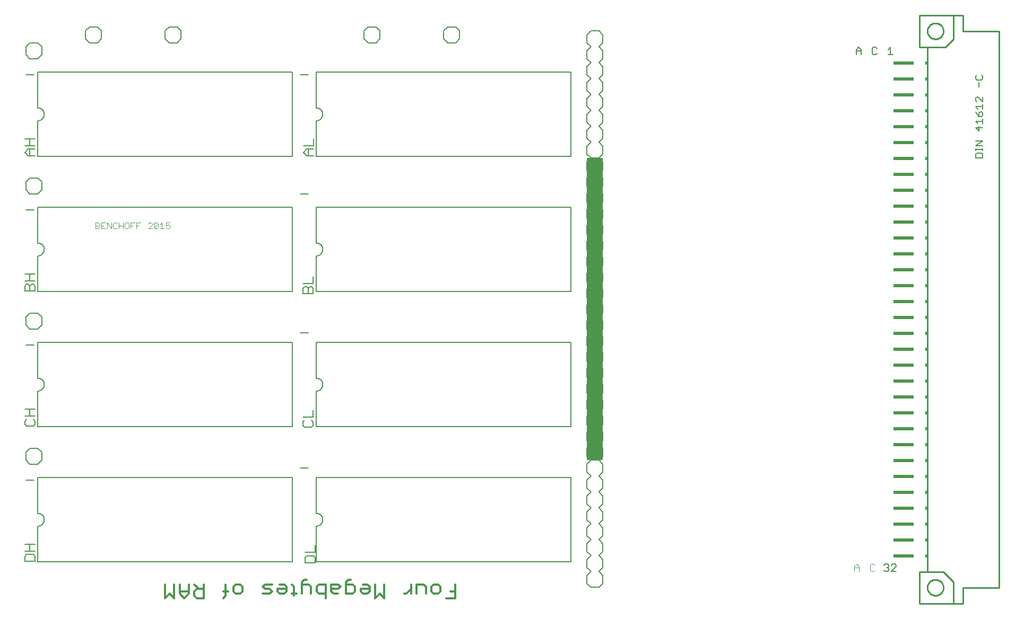
<source format=gto>
G75*
%MOIN*%
%OFA0B0*%
%FSLAX24Y24*%
%IPPOS*%
%LPD*%
%AMOC8*
5,1,8,0,0,1.08239X$1,22.5*
%
%ADD10R,0.1000X1.9000*%
%ADD11C,0.0060*%
%ADD12C,0.0030*%
%ADD13C,0.0140*%
%ADD14C,0.0080*%
%ADD15C,0.0100*%
%ADD16R,0.0150X0.0200*%
%ADD17R,0.1300X0.0200*%
%ADD18C,0.0050*%
%ADD19C,0.0040*%
D10*
X037940Y019805D03*
D11*
X002120Y004260D02*
X002120Y003940D01*
X002760Y003940D01*
X002760Y004260D01*
X002654Y004367D01*
X002227Y004367D01*
X002120Y004260D01*
X002120Y004585D02*
X002760Y004585D01*
X002440Y004585D02*
X002440Y005012D01*
X002120Y005012D02*
X002760Y005012D01*
X002940Y003905D02*
X002940Y006155D01*
X002979Y006157D01*
X003018Y006163D01*
X003056Y006172D01*
X003093Y006185D01*
X003129Y006202D01*
X003162Y006222D01*
X003194Y006246D01*
X003223Y006272D01*
X003249Y006301D01*
X003273Y006333D01*
X003293Y006366D01*
X003310Y006402D01*
X003323Y006439D01*
X003332Y006477D01*
X003338Y006516D01*
X003340Y006555D01*
X003338Y006594D01*
X003332Y006633D01*
X003323Y006671D01*
X003310Y006708D01*
X003293Y006744D01*
X003273Y006777D01*
X003249Y006809D01*
X003223Y006838D01*
X003194Y006864D01*
X003162Y006888D01*
X003129Y006908D01*
X003093Y006925D01*
X003056Y006938D01*
X003018Y006947D01*
X002979Y006953D01*
X002940Y006955D01*
X002940Y009205D01*
X018940Y009205D01*
X018940Y003905D01*
X002940Y003905D01*
X002940Y012405D02*
X002940Y014655D01*
X002979Y014657D01*
X003018Y014663D01*
X003056Y014672D01*
X003093Y014685D01*
X003129Y014702D01*
X003162Y014722D01*
X003194Y014746D01*
X003223Y014772D01*
X003249Y014801D01*
X003273Y014833D01*
X003293Y014866D01*
X003310Y014902D01*
X003323Y014939D01*
X003332Y014977D01*
X003338Y015016D01*
X003340Y015055D01*
X003338Y015094D01*
X003332Y015133D01*
X003323Y015171D01*
X003310Y015208D01*
X003293Y015244D01*
X003273Y015277D01*
X003249Y015309D01*
X003223Y015338D01*
X003194Y015364D01*
X003162Y015388D01*
X003129Y015408D01*
X003093Y015425D01*
X003056Y015438D01*
X003018Y015447D01*
X002979Y015453D01*
X002940Y015455D01*
X002940Y017705D01*
X018940Y017705D01*
X018940Y012405D01*
X002940Y012405D01*
X002760Y012547D02*
X002760Y012760D01*
X002654Y012867D01*
X002760Y013085D02*
X002120Y013085D01*
X002227Y012867D02*
X002120Y012760D01*
X002120Y012547D01*
X002227Y012440D01*
X002654Y012440D01*
X002760Y012547D01*
X002440Y013085D02*
X002440Y013512D01*
X002120Y013512D02*
X002760Y013512D01*
X002940Y020905D02*
X002940Y023155D01*
X002979Y023157D01*
X003018Y023163D01*
X003056Y023172D01*
X003093Y023185D01*
X003129Y023202D01*
X003162Y023222D01*
X003194Y023246D01*
X003223Y023272D01*
X003249Y023301D01*
X003273Y023333D01*
X003293Y023366D01*
X003310Y023402D01*
X003323Y023439D01*
X003332Y023477D01*
X003338Y023516D01*
X003340Y023555D01*
X003338Y023594D01*
X003332Y023633D01*
X003323Y023671D01*
X003310Y023708D01*
X003293Y023744D01*
X003273Y023777D01*
X003249Y023809D01*
X003223Y023838D01*
X003194Y023864D01*
X003162Y023888D01*
X003129Y023908D01*
X003093Y023925D01*
X003056Y023938D01*
X003018Y023947D01*
X002979Y023953D01*
X002940Y023955D01*
X002940Y026205D01*
X018940Y026205D01*
X018940Y020905D01*
X002940Y020905D01*
X002760Y020940D02*
X002760Y021260D01*
X002654Y021367D01*
X002547Y021367D01*
X002440Y021260D01*
X002440Y020940D01*
X002120Y020940D02*
X002120Y021260D01*
X002227Y021367D01*
X002333Y021367D01*
X002440Y021260D01*
X002440Y021585D02*
X002440Y022012D01*
X002120Y022012D02*
X002760Y022012D01*
X002760Y021585D02*
X002120Y021585D01*
X002120Y020940D02*
X002760Y020940D01*
X002940Y029405D02*
X002940Y031655D01*
X002979Y031657D01*
X003018Y031663D01*
X003056Y031672D01*
X003093Y031685D01*
X003129Y031702D01*
X003162Y031722D01*
X003194Y031746D01*
X003223Y031772D01*
X003249Y031801D01*
X003273Y031833D01*
X003293Y031866D01*
X003310Y031902D01*
X003323Y031939D01*
X003332Y031977D01*
X003338Y032016D01*
X003340Y032055D01*
X003338Y032094D01*
X003332Y032133D01*
X003323Y032171D01*
X003310Y032208D01*
X003293Y032244D01*
X003273Y032277D01*
X003249Y032309D01*
X003223Y032338D01*
X003194Y032364D01*
X003162Y032388D01*
X003129Y032408D01*
X003093Y032425D01*
X003056Y032438D01*
X003018Y032447D01*
X002979Y032453D01*
X002940Y032455D01*
X002940Y034705D01*
X018940Y034705D01*
X018940Y029405D01*
X002940Y029405D01*
X002760Y029440D02*
X002333Y029440D01*
X002120Y029654D01*
X002333Y029867D01*
X002760Y029867D01*
X002760Y030085D02*
X002120Y030085D01*
X002440Y030085D02*
X002440Y030512D01*
X002120Y030512D02*
X002760Y030512D01*
X002440Y029867D02*
X002440Y029440D01*
X019620Y029654D02*
X019833Y029867D01*
X020260Y029867D01*
X020260Y030085D02*
X019620Y030085D01*
X019940Y029867D02*
X019940Y029440D01*
X019833Y029440D02*
X019620Y029654D01*
X019833Y029440D02*
X020260Y029440D01*
X020440Y029405D02*
X020440Y031655D01*
X020479Y031657D01*
X020518Y031663D01*
X020556Y031672D01*
X020593Y031685D01*
X020629Y031702D01*
X020662Y031722D01*
X020694Y031746D01*
X020723Y031772D01*
X020749Y031801D01*
X020773Y031833D01*
X020793Y031866D01*
X020810Y031902D01*
X020823Y031939D01*
X020832Y031977D01*
X020838Y032016D01*
X020840Y032055D01*
X020838Y032094D01*
X020832Y032133D01*
X020823Y032171D01*
X020810Y032208D01*
X020793Y032244D01*
X020773Y032277D01*
X020749Y032309D01*
X020723Y032338D01*
X020694Y032364D01*
X020662Y032388D01*
X020629Y032408D01*
X020593Y032425D01*
X020556Y032438D01*
X020518Y032447D01*
X020479Y032453D01*
X020440Y032455D01*
X020440Y034705D01*
X036440Y034705D01*
X036440Y029405D01*
X020440Y029405D01*
X020260Y030085D02*
X020260Y030512D01*
X020440Y026205D02*
X020440Y023955D01*
X020479Y023953D01*
X020518Y023947D01*
X020556Y023938D01*
X020593Y023925D01*
X020629Y023908D01*
X020662Y023888D01*
X020694Y023864D01*
X020723Y023838D01*
X020749Y023809D01*
X020773Y023777D01*
X020793Y023744D01*
X020810Y023708D01*
X020823Y023671D01*
X020832Y023633D01*
X020838Y023594D01*
X020840Y023555D01*
X020838Y023516D01*
X020832Y023477D01*
X020823Y023439D01*
X020810Y023402D01*
X020793Y023366D01*
X020773Y023333D01*
X020749Y023301D01*
X020723Y023272D01*
X020694Y023246D01*
X020662Y023222D01*
X020629Y023202D01*
X020593Y023185D01*
X020556Y023172D01*
X020518Y023163D01*
X020479Y023157D01*
X020440Y023155D01*
X020440Y020905D01*
X036440Y020905D01*
X036440Y026205D01*
X020440Y026205D01*
X020240Y021852D02*
X020240Y021425D01*
X019600Y021425D01*
X019707Y021207D02*
X019600Y021100D01*
X019600Y020780D01*
X020240Y020780D01*
X020240Y021100D01*
X020134Y021207D01*
X020027Y021207D01*
X019920Y021100D01*
X019920Y020780D01*
X019920Y021100D02*
X019813Y021207D01*
X019707Y021207D01*
X020440Y017705D02*
X020440Y015455D01*
X020479Y015453D01*
X020518Y015447D01*
X020556Y015438D01*
X020593Y015425D01*
X020629Y015408D01*
X020662Y015388D01*
X020694Y015364D01*
X020723Y015338D01*
X020749Y015309D01*
X020773Y015277D01*
X020793Y015244D01*
X020810Y015208D01*
X020823Y015171D01*
X020832Y015133D01*
X020838Y015094D01*
X020840Y015055D01*
X020838Y015016D01*
X020832Y014977D01*
X020823Y014939D01*
X020810Y014902D01*
X020793Y014866D01*
X020773Y014833D01*
X020749Y014801D01*
X020723Y014772D01*
X020694Y014746D01*
X020662Y014722D01*
X020629Y014702D01*
X020593Y014685D01*
X020556Y014672D01*
X020518Y014663D01*
X020479Y014657D01*
X020440Y014655D01*
X020440Y012405D01*
X036440Y012405D01*
X036440Y017705D01*
X020440Y017705D01*
X020240Y013452D02*
X020240Y013025D01*
X019600Y013025D01*
X019707Y012807D02*
X019600Y012700D01*
X019600Y012487D01*
X019707Y012380D01*
X020134Y012380D01*
X020240Y012487D01*
X020240Y012700D01*
X020134Y012807D01*
X020440Y009205D02*
X020440Y006955D01*
X020479Y006953D01*
X020518Y006947D01*
X020556Y006938D01*
X020593Y006925D01*
X020629Y006908D01*
X020662Y006888D01*
X020694Y006864D01*
X020723Y006838D01*
X020749Y006809D01*
X020773Y006777D01*
X020793Y006744D01*
X020810Y006708D01*
X020823Y006671D01*
X020832Y006633D01*
X020838Y006594D01*
X020840Y006555D01*
X020838Y006516D01*
X020832Y006477D01*
X020823Y006439D01*
X020810Y006402D01*
X020793Y006366D01*
X020773Y006333D01*
X020749Y006301D01*
X020723Y006272D01*
X020694Y006246D01*
X020662Y006222D01*
X020629Y006202D01*
X020593Y006185D01*
X020556Y006172D01*
X020518Y006163D01*
X020479Y006157D01*
X020440Y006155D01*
X020440Y003905D01*
X036440Y003905D01*
X036440Y009205D01*
X020440Y009205D01*
X020360Y004932D02*
X020360Y004505D01*
X019720Y004505D01*
X019827Y004287D02*
X019720Y004180D01*
X019720Y003860D01*
X020360Y003860D01*
X020360Y004180D01*
X020254Y004287D01*
X019827Y004287D01*
D12*
X011166Y024870D02*
X011043Y024870D01*
X010981Y024931D01*
X010981Y025055D02*
X011105Y025116D01*
X011166Y025116D01*
X011228Y025055D01*
X011228Y024931D01*
X011166Y024870D01*
X010981Y025055D02*
X010981Y025240D01*
X011228Y025240D01*
X010736Y025240D02*
X010736Y024870D01*
X010613Y024870D02*
X010860Y024870D01*
X010613Y025116D02*
X010736Y025240D01*
X010491Y025178D02*
X010245Y024931D01*
X010306Y024870D01*
X010430Y024870D01*
X010491Y024931D01*
X010491Y025178D01*
X010430Y025240D01*
X010306Y025240D01*
X010245Y025178D01*
X010245Y024931D01*
X010123Y024870D02*
X009876Y024870D01*
X010123Y025116D01*
X010123Y025178D01*
X010061Y025240D01*
X009938Y025240D01*
X009876Y025178D01*
X009386Y025240D02*
X009140Y025240D01*
X009140Y024870D01*
X009140Y025055D02*
X009263Y025055D01*
X009018Y025240D02*
X008771Y025240D01*
X008771Y024870D01*
X008650Y024931D02*
X008650Y025178D01*
X008588Y025240D01*
X008465Y025240D01*
X008403Y025178D01*
X008403Y024931D01*
X008465Y024870D01*
X008588Y024870D01*
X008650Y024931D01*
X008771Y025055D02*
X008895Y025055D01*
X008282Y025055D02*
X008035Y025055D01*
X007913Y025178D02*
X007851Y025240D01*
X007728Y025240D01*
X007666Y025178D01*
X007666Y024931D01*
X007728Y024870D01*
X007851Y024870D01*
X007913Y024931D01*
X008035Y024870D02*
X008035Y025240D01*
X008282Y025240D02*
X008282Y024870D01*
X007545Y024870D02*
X007545Y025240D01*
X007298Y025240D02*
X007545Y024870D01*
X007298Y024870D02*
X007298Y025240D01*
X007177Y025240D02*
X006930Y025240D01*
X006930Y024870D01*
X007177Y024870D01*
X007053Y025055D02*
X006930Y025055D01*
X006808Y025116D02*
X006747Y025055D01*
X006561Y025055D01*
X006561Y025240D02*
X006747Y025240D01*
X006808Y025178D01*
X006808Y025116D01*
X006747Y025055D02*
X006808Y024993D01*
X006808Y024931D01*
X006747Y024870D01*
X006561Y024870D01*
X006561Y025240D01*
D13*
X019670Y002771D02*
X019814Y002771D01*
X019670Y002771D02*
X019527Y002628D01*
X019527Y001911D01*
X019180Y001911D02*
X018893Y001911D01*
X019036Y001767D02*
X019036Y002341D01*
X018893Y002485D01*
X018566Y002341D02*
X018423Y002485D01*
X018136Y002485D01*
X017992Y002198D02*
X018566Y002198D01*
X018566Y002341D02*
X018566Y002054D01*
X018423Y001911D01*
X018136Y001911D01*
X017992Y002054D01*
X017992Y002198D01*
X017645Y002054D02*
X017502Y001911D01*
X017071Y001911D01*
X017215Y002198D02*
X017071Y002341D01*
X017215Y002485D01*
X017645Y002485D01*
X017502Y002198D02*
X017645Y002054D01*
X017502Y002198D02*
X017215Y002198D01*
X015804Y002341D02*
X015660Y002485D01*
X015373Y002485D01*
X015230Y002341D01*
X015230Y002054D01*
X015373Y001911D01*
X015660Y001911D01*
X015804Y002054D01*
X015804Y002341D01*
X014883Y002054D02*
X014596Y002054D01*
X014739Y001767D02*
X014596Y001624D01*
X014739Y001767D02*
X014739Y002485D01*
X013348Y002485D02*
X013348Y001624D01*
X012918Y001624D01*
X012774Y001767D01*
X012774Y002054D01*
X012918Y002198D01*
X013348Y002198D01*
X013061Y002198D02*
X012774Y002485D01*
X012427Y002485D02*
X012427Y001911D01*
X012140Y001624D01*
X011854Y001911D01*
X011854Y002485D01*
X011507Y002485D02*
X011507Y001624D01*
X011220Y001911D01*
X010933Y001624D01*
X010933Y002485D01*
X011854Y002054D02*
X012427Y002054D01*
X019527Y002485D02*
X019957Y002485D01*
X020101Y002341D01*
X020101Y001911D01*
X020448Y002054D02*
X020591Y001911D01*
X021021Y001911D01*
X021021Y001624D02*
X021021Y002485D01*
X020591Y002485D01*
X020448Y002341D01*
X020448Y002054D01*
X021368Y002054D02*
X021512Y001911D01*
X021799Y001911D01*
X021799Y002198D02*
X021368Y002198D01*
X021368Y002054D02*
X021368Y002485D01*
X021799Y002485D01*
X021942Y002341D01*
X021799Y002198D01*
X022289Y002485D02*
X022720Y002485D01*
X022863Y002341D01*
X022863Y002054D01*
X022720Y001911D01*
X022289Y001911D01*
X022289Y002628D01*
X022433Y002771D01*
X022576Y002771D01*
X023353Y002485D02*
X023640Y002485D01*
X023784Y002341D01*
X023784Y002054D01*
X023640Y001911D01*
X023353Y001911D01*
X023210Y002054D01*
X023210Y002198D01*
X023784Y002198D01*
X024131Y002485D02*
X024131Y001624D01*
X024418Y001911D01*
X024705Y001624D01*
X024705Y002485D01*
X025962Y001911D02*
X026106Y001911D01*
X026393Y002198D01*
X026393Y002485D02*
X026393Y001911D01*
X026740Y001911D02*
X026740Y002485D01*
X027170Y002485D01*
X027313Y002341D01*
X027313Y001911D01*
X027660Y002054D02*
X027804Y001911D01*
X028091Y001911D01*
X028234Y002054D01*
X028234Y002341D01*
X028091Y002485D01*
X027804Y002485D01*
X027660Y002341D01*
X027660Y002054D01*
X028581Y001624D02*
X029155Y001624D01*
X029155Y002485D01*
X029155Y002054D02*
X028868Y002054D01*
D14*
X037440Y002555D02*
X037690Y002305D01*
X038190Y002305D01*
X038440Y002555D01*
X038440Y003055D01*
X038190Y003305D01*
X038440Y003555D01*
X038440Y004055D01*
X038190Y004305D01*
X038440Y004555D01*
X038440Y005055D01*
X038190Y005305D01*
X038440Y005555D01*
X038440Y006055D01*
X038190Y006305D01*
X038440Y006555D01*
X038440Y007055D01*
X038190Y007305D01*
X038440Y007555D01*
X038440Y008055D01*
X038190Y008305D01*
X038440Y008555D01*
X038440Y009055D01*
X038190Y009305D01*
X038440Y009555D01*
X038440Y010055D01*
X038190Y010305D01*
X037690Y010305D01*
X037440Y010055D01*
X037440Y009555D01*
X037690Y009305D01*
X037440Y009055D01*
X037440Y008555D01*
X037690Y008305D01*
X037440Y008055D01*
X037440Y007555D01*
X037690Y007305D01*
X037440Y007055D01*
X037440Y006555D01*
X037690Y006305D01*
X037440Y006055D01*
X037440Y005555D01*
X037690Y005305D01*
X037440Y005055D01*
X037440Y004555D01*
X037690Y004305D01*
X037440Y004055D01*
X037440Y003555D01*
X037690Y003305D01*
X037440Y003055D01*
X037440Y002555D01*
X037690Y010305D02*
X037440Y010555D01*
X037440Y011055D01*
X037690Y011305D01*
X037440Y011555D01*
X037440Y012055D01*
X037690Y012305D01*
X037440Y012555D01*
X037440Y013055D01*
X037690Y013305D01*
X037440Y013555D01*
X037440Y014055D01*
X037690Y014305D01*
X037440Y014555D01*
X037440Y015055D01*
X037690Y015305D01*
X037440Y015555D01*
X037440Y016055D01*
X037690Y016305D01*
X037440Y016555D01*
X037440Y017055D01*
X037690Y017305D01*
X037440Y017555D01*
X037440Y018055D01*
X037690Y018305D01*
X037440Y018555D01*
X037440Y019055D01*
X037690Y019305D01*
X037440Y019555D01*
X037440Y020055D01*
X037690Y020305D01*
X037440Y020555D01*
X037440Y021055D01*
X037690Y021305D01*
X037440Y021555D01*
X037440Y022055D01*
X037690Y022305D01*
X037440Y022555D01*
X037440Y023055D01*
X037690Y023305D01*
X037440Y023555D01*
X037440Y024055D01*
X037690Y024305D01*
X037440Y024555D01*
X037440Y025055D01*
X037690Y025305D01*
X037440Y025555D01*
X037440Y026055D01*
X037690Y026305D01*
X037440Y026555D01*
X037440Y027055D01*
X037690Y027305D01*
X037440Y027555D01*
X037440Y028055D01*
X037690Y028305D01*
X037440Y028555D01*
X037440Y029055D01*
X037690Y029305D01*
X037440Y029555D01*
X037440Y030055D01*
X037690Y030305D01*
X037440Y030555D01*
X037440Y031055D01*
X037690Y031305D01*
X037440Y031555D01*
X037440Y032055D01*
X037690Y032305D01*
X037440Y032555D01*
X037440Y033055D01*
X037690Y033305D01*
X037440Y033555D01*
X037440Y034055D01*
X037690Y034305D01*
X037440Y034555D01*
X037440Y035055D01*
X037690Y035305D01*
X037440Y035555D01*
X037440Y036055D01*
X037690Y036305D01*
X037440Y036555D01*
X037440Y037055D01*
X037690Y037305D01*
X038190Y037305D01*
X038440Y037055D01*
X038440Y036555D01*
X038190Y036305D01*
X038440Y036055D01*
X038440Y035555D01*
X038190Y035305D01*
X038440Y035055D01*
X038440Y034555D01*
X038190Y034305D01*
X038440Y034055D01*
X038440Y033555D01*
X038190Y033305D01*
X038440Y033055D01*
X038440Y032555D01*
X038190Y032305D01*
X038440Y032055D01*
X038440Y031555D01*
X038190Y031305D01*
X038440Y031055D01*
X038440Y030555D01*
X038190Y030305D01*
X038440Y030055D01*
X038440Y029555D01*
X038190Y029305D01*
X037690Y029305D01*
X038190Y029305D01*
X038440Y029055D01*
X038440Y028555D01*
X038190Y028305D01*
X038440Y028055D01*
X038440Y027555D01*
X038190Y027305D01*
X038440Y027055D01*
X038440Y026555D01*
X038190Y026305D01*
X038440Y026055D01*
X038440Y025555D01*
X038190Y025305D01*
X038440Y025055D01*
X038440Y024555D01*
X038190Y024305D01*
X038440Y024055D01*
X038440Y023555D01*
X038190Y023305D01*
X038440Y023055D01*
X038440Y022555D01*
X038190Y022305D01*
X038440Y022055D01*
X038440Y021555D01*
X038190Y021305D01*
X038440Y021055D01*
X038440Y020555D01*
X038190Y020305D01*
X038440Y020055D01*
X038440Y019555D01*
X038190Y019305D01*
X037690Y019305D01*
X038190Y019305D01*
X038440Y019055D01*
X038440Y018555D01*
X038190Y018305D01*
X038440Y018055D01*
X038440Y017555D01*
X038190Y017305D01*
X038440Y017055D01*
X038440Y016555D01*
X038190Y016305D01*
X038440Y016055D01*
X038440Y015555D01*
X038190Y015305D01*
X038440Y015055D01*
X038440Y014555D01*
X038190Y014305D01*
X038440Y014055D01*
X038440Y013555D01*
X038190Y013305D01*
X038440Y013055D01*
X038440Y012555D01*
X038190Y012305D01*
X038440Y012055D01*
X038440Y011555D01*
X038190Y011305D01*
X038440Y011055D01*
X038440Y010555D01*
X038190Y010305D01*
X037690Y010305D01*
X019940Y009805D02*
X019440Y009805D01*
X019440Y018305D02*
X019940Y018305D01*
X019940Y027055D02*
X019440Y027055D01*
X019440Y034555D02*
X019940Y034555D01*
X023440Y036805D02*
X023690Y036555D01*
X024190Y036555D01*
X024440Y036805D01*
X024440Y037305D01*
X024190Y037555D01*
X023690Y037555D01*
X023440Y037305D01*
X023440Y036805D01*
X028440Y036805D02*
X028690Y036555D01*
X029190Y036555D01*
X029440Y036805D01*
X029440Y037305D01*
X029190Y037555D01*
X028690Y037555D01*
X028440Y037305D01*
X028440Y036805D01*
X011940Y036805D02*
X011940Y037305D01*
X011690Y037555D01*
X011190Y037555D01*
X010940Y037305D01*
X010940Y036805D01*
X011190Y036555D01*
X011690Y036555D01*
X011940Y036805D01*
X006940Y036805D02*
X006940Y037305D01*
X006690Y037555D01*
X006190Y037555D01*
X005940Y037305D01*
X005940Y036805D01*
X006190Y036555D01*
X006690Y036555D01*
X006940Y036805D01*
X003190Y036305D02*
X003190Y035805D01*
X002940Y035555D01*
X002440Y035555D01*
X002190Y035805D01*
X002190Y036305D01*
X002440Y036555D01*
X002940Y036555D01*
X003190Y036305D01*
X002690Y034555D02*
X002190Y034555D01*
X002440Y028055D02*
X002190Y027805D01*
X002190Y027305D01*
X002440Y027055D01*
X002940Y027055D01*
X003190Y027305D01*
X003190Y027805D01*
X002940Y028055D01*
X002440Y028055D01*
X002690Y026055D02*
X002190Y026055D01*
X002440Y019555D02*
X002190Y019305D01*
X002190Y018805D01*
X002440Y018555D01*
X002940Y018555D01*
X003190Y018805D01*
X003190Y019305D01*
X002940Y019555D01*
X002440Y019555D01*
X002690Y017555D02*
X002190Y017555D01*
X002440Y011055D02*
X002190Y010805D01*
X002190Y010305D01*
X002440Y010055D01*
X002940Y010055D01*
X003190Y010305D01*
X003190Y010805D01*
X002940Y011055D01*
X002440Y011055D01*
X002690Y009055D02*
X002190Y009055D01*
D15*
X058322Y003290D02*
X058322Y001290D01*
X060452Y001290D01*
X060452Y002660D01*
X059822Y003290D01*
X058822Y003290D01*
X058822Y036290D01*
X059952Y036290D01*
X060452Y036790D01*
X060452Y038290D01*
X058322Y038290D01*
X058322Y036290D01*
X058822Y036290D01*
X058822Y037290D02*
X058824Y037334D01*
X058830Y037378D01*
X058840Y037421D01*
X058853Y037463D01*
X058870Y037504D01*
X058891Y037543D01*
X058915Y037580D01*
X058942Y037615D01*
X058972Y037647D01*
X059005Y037677D01*
X059041Y037703D01*
X059078Y037727D01*
X059118Y037746D01*
X059159Y037763D01*
X059202Y037775D01*
X059245Y037784D01*
X059289Y037789D01*
X059333Y037790D01*
X059377Y037787D01*
X059421Y037780D01*
X059464Y037769D01*
X059506Y037755D01*
X059546Y037737D01*
X059585Y037715D01*
X059621Y037691D01*
X059655Y037663D01*
X059687Y037632D01*
X059716Y037598D01*
X059742Y037562D01*
X059764Y037524D01*
X059783Y037484D01*
X059798Y037442D01*
X059810Y037400D01*
X059818Y037356D01*
X059822Y037312D01*
X059822Y037268D01*
X059818Y037224D01*
X059810Y037180D01*
X059798Y037138D01*
X059783Y037096D01*
X059764Y037056D01*
X059742Y037018D01*
X059716Y036982D01*
X059687Y036948D01*
X059655Y036917D01*
X059621Y036889D01*
X059585Y036865D01*
X059546Y036843D01*
X059506Y036825D01*
X059464Y036811D01*
X059421Y036800D01*
X059377Y036793D01*
X059333Y036790D01*
X059289Y036791D01*
X059245Y036796D01*
X059202Y036805D01*
X059159Y036817D01*
X059118Y036834D01*
X059078Y036853D01*
X059041Y036877D01*
X059005Y036903D01*
X058972Y036933D01*
X058942Y036965D01*
X058915Y037000D01*
X058891Y037037D01*
X058870Y037076D01*
X058853Y037117D01*
X058840Y037159D01*
X058830Y037202D01*
X058824Y037246D01*
X058822Y037290D01*
X060452Y038290D02*
X061072Y038290D01*
X061072Y037290D01*
X063322Y037290D01*
X063322Y002290D01*
X061072Y002290D01*
X061072Y001290D01*
X060452Y001290D01*
X058822Y002290D02*
X058824Y002334D01*
X058830Y002378D01*
X058840Y002421D01*
X058853Y002463D01*
X058870Y002504D01*
X058891Y002543D01*
X058915Y002580D01*
X058942Y002615D01*
X058972Y002647D01*
X059005Y002677D01*
X059041Y002703D01*
X059078Y002727D01*
X059118Y002746D01*
X059159Y002763D01*
X059202Y002775D01*
X059245Y002784D01*
X059289Y002789D01*
X059333Y002790D01*
X059377Y002787D01*
X059421Y002780D01*
X059464Y002769D01*
X059506Y002755D01*
X059546Y002737D01*
X059585Y002715D01*
X059621Y002691D01*
X059655Y002663D01*
X059687Y002632D01*
X059716Y002598D01*
X059742Y002562D01*
X059764Y002524D01*
X059783Y002484D01*
X059798Y002442D01*
X059810Y002400D01*
X059818Y002356D01*
X059822Y002312D01*
X059822Y002268D01*
X059818Y002224D01*
X059810Y002180D01*
X059798Y002138D01*
X059783Y002096D01*
X059764Y002056D01*
X059742Y002018D01*
X059716Y001982D01*
X059687Y001948D01*
X059655Y001917D01*
X059621Y001889D01*
X059585Y001865D01*
X059546Y001843D01*
X059506Y001825D01*
X059464Y001811D01*
X059421Y001800D01*
X059377Y001793D01*
X059333Y001790D01*
X059289Y001791D01*
X059245Y001796D01*
X059202Y001805D01*
X059159Y001817D01*
X059118Y001834D01*
X059078Y001853D01*
X059041Y001877D01*
X059005Y001903D01*
X058972Y001933D01*
X058942Y001965D01*
X058915Y002000D01*
X058891Y002037D01*
X058870Y002076D01*
X058853Y002117D01*
X058840Y002159D01*
X058830Y002202D01*
X058824Y002246D01*
X058822Y002290D01*
X058822Y003290D02*
X058322Y003290D01*
D16*
X058747Y004290D03*
X058747Y005290D03*
X058747Y006290D03*
X058747Y007290D03*
X058747Y008290D03*
X058747Y009290D03*
X058747Y010290D03*
X058747Y011290D03*
X058747Y012290D03*
X058747Y013290D03*
X058747Y014290D03*
X058747Y015290D03*
X058747Y016290D03*
X058747Y017290D03*
X058747Y018290D03*
X058747Y019290D03*
X058747Y020290D03*
X058747Y021290D03*
X058747Y022290D03*
X058747Y023290D03*
X058747Y024290D03*
X058747Y025290D03*
X058747Y026290D03*
X058747Y027290D03*
X058747Y028290D03*
X058747Y029290D03*
X058747Y030290D03*
X058747Y031290D03*
X058747Y032290D03*
X058747Y033290D03*
X058747Y034290D03*
X058747Y035290D03*
D17*
X057322Y035290D03*
X057322Y034290D03*
X057322Y033290D03*
X057322Y032290D03*
X057322Y031290D03*
X057322Y030290D03*
X057322Y029290D03*
X057322Y028290D03*
X057322Y027290D03*
X057322Y026290D03*
X057322Y025290D03*
X057322Y024290D03*
X057322Y023290D03*
X057322Y022290D03*
X057322Y021290D03*
X057322Y020290D03*
X057322Y019290D03*
X057322Y018290D03*
X057322Y017290D03*
X057322Y016290D03*
X057322Y015290D03*
X057322Y014290D03*
X057322Y013290D03*
X057322Y012290D03*
X057322Y011290D03*
X057322Y010290D03*
X057322Y009290D03*
X057322Y008290D03*
X057322Y007290D03*
X057322Y006290D03*
X057322Y005290D03*
X057322Y004290D03*
D18*
X056782Y003765D02*
X056632Y003765D01*
X056557Y003690D01*
X056397Y003690D02*
X056397Y003615D01*
X056322Y003540D01*
X056397Y003465D01*
X056397Y003390D01*
X056322Y003315D01*
X056172Y003315D01*
X056097Y003390D01*
X056247Y003540D02*
X056322Y003540D01*
X056397Y003690D02*
X056322Y003765D01*
X056172Y003765D01*
X056097Y003690D01*
X056557Y003315D02*
X056858Y003615D01*
X056858Y003690D01*
X056782Y003765D01*
X056858Y003315D02*
X056557Y003315D01*
X061847Y029315D02*
X061847Y029540D01*
X061922Y029615D01*
X062222Y029615D01*
X062297Y029540D01*
X062297Y029315D01*
X061847Y029315D01*
X061847Y029775D02*
X061847Y029926D01*
X061847Y029850D02*
X062297Y029850D01*
X062297Y029775D02*
X062297Y029926D01*
X062297Y030082D02*
X061847Y030082D01*
X062297Y030383D01*
X061847Y030383D01*
X062072Y031003D02*
X062072Y031303D01*
X061997Y031463D02*
X061847Y031614D01*
X062297Y031614D01*
X062297Y031764D02*
X062297Y031463D01*
X062297Y031228D02*
X061847Y031228D01*
X062072Y031003D01*
X062072Y031924D02*
X062072Y032149D01*
X062147Y032224D01*
X062222Y032224D01*
X062297Y032149D01*
X062297Y031999D01*
X062222Y031924D01*
X062072Y031924D01*
X061922Y032074D01*
X061847Y032224D01*
X061997Y032384D02*
X061847Y032534D01*
X062297Y032534D01*
X062297Y032384D02*
X062297Y032685D01*
X062297Y032845D02*
X061997Y033145D01*
X061922Y033145D01*
X061847Y033070D01*
X061847Y032920D01*
X061922Y032845D01*
X062297Y032845D02*
X062297Y033145D01*
X062072Y033765D02*
X062072Y034066D01*
X061922Y034226D02*
X062222Y034226D01*
X062297Y034301D01*
X062297Y034451D01*
X062222Y034526D01*
X061922Y034526D02*
X061847Y034451D01*
X061847Y034301D01*
X061922Y034226D01*
X056647Y035815D02*
X056347Y035815D01*
X056497Y035815D02*
X056497Y036265D01*
X056347Y036115D01*
X055647Y036190D02*
X055572Y036265D01*
X055422Y036265D01*
X055347Y036190D01*
X055347Y035890D01*
X055422Y035815D01*
X055572Y035815D01*
X055647Y035890D01*
X054647Y035815D02*
X054647Y036115D01*
X054497Y036265D01*
X054347Y036115D01*
X054347Y035815D01*
X054347Y036040D02*
X054647Y036040D01*
D19*
X054364Y003785D02*
X054517Y003631D01*
X054517Y003325D01*
X054517Y003555D02*
X054210Y003555D01*
X054210Y003631D02*
X054210Y003325D01*
X054210Y003631D02*
X054364Y003785D01*
X055210Y003708D02*
X055210Y003401D01*
X055287Y003325D01*
X055441Y003325D01*
X055517Y003401D01*
X055517Y003708D02*
X055441Y003785D01*
X055287Y003785D01*
X055210Y003708D01*
M02*

</source>
